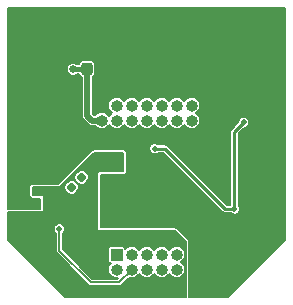
<source format=gbr>
%TF.GenerationSoftware,KiCad,Pcbnew,(5.1.8)-1*%
%TF.CreationDate,2021-11-11T12:40:01-05:00*%
%TF.ProjectId,Metal_flaw_sensor,4d657461-6c5f-4666-9c61-775f73656e73,rev?*%
%TF.SameCoordinates,Original*%
%TF.FileFunction,Copper,L2,Bot*%
%TF.FilePolarity,Positive*%
%FSLAX46Y46*%
G04 Gerber Fmt 4.6, Leading zero omitted, Abs format (unit mm)*
G04 Created by KiCad (PCBNEW (5.1.8)-1) date 2021-11-11 12:40:01*
%MOMM*%
%LPD*%
G01*
G04 APERTURE LIST*
%TA.AperFunction,ComponentPad*%
%ADD10O,1.000000X1.000000*%
%TD*%
%TA.AperFunction,ComponentPad*%
%ADD11R,1.000000X1.000000*%
%TD*%
%TA.AperFunction,ViaPad*%
%ADD12C,0.508000*%
%TD*%
%TA.AperFunction,ViaPad*%
%ADD13C,0.635000*%
%TD*%
%TA.AperFunction,Conductor*%
%ADD14C,0.254000*%
%TD*%
%TA.AperFunction,Conductor*%
%ADD15C,0.508000*%
%TD*%
%TA.AperFunction,Conductor*%
%ADD16C,0.381000*%
%TD*%
%TA.AperFunction,Conductor*%
%ADD17C,0.152400*%
%TD*%
%TA.AperFunction,Conductor*%
%ADD18C,0.100000*%
%TD*%
G04 APERTURE END LIST*
D10*
%TO.P,J3,14*%
%TO.N,N/C*%
X135810000Y-109820000D03*
%TO.P,J3,13*%
X135810000Y-108550000D03*
%TO.P,J3,12*%
X134540000Y-109820000D03*
%TO.P,J3,11*%
X134540000Y-108550000D03*
%TO.P,J3,10*%
X133270000Y-109820000D03*
%TO.P,J3,9*%
X133270000Y-108550000D03*
%TO.P,J3,8*%
X132000000Y-109820000D03*
%TO.P,J3,7*%
X132000000Y-108550000D03*
%TO.P,J3,6*%
X130730000Y-109820000D03*
%TO.P,J3,5*%
X130730000Y-108550000D03*
%TO.P,J3,4*%
X129460000Y-109820000D03*
%TO.P,J3,3*%
X129460000Y-108550000D03*
%TO.P,J3,2*%
%TO.N,+3V3*%
X128190000Y-109820000D03*
D11*
%TO.P,J3,1*%
%TO.N,GND*%
X128190000Y-108550000D03*
%TD*%
%TO.P,R10,2*%
%TO.N,GND*%
%TA.AperFunction,SMDPad,CuDef*%
G36*
G01*
X122060000Y-115680000D02*
X122060000Y-116000000D01*
G75*
G02*
X121900000Y-116160000I-160000J0D01*
G01*
X121505000Y-116160000D01*
G75*
G02*
X121345000Y-116000000I0J160000D01*
G01*
X121345000Y-115680000D01*
G75*
G02*
X121505000Y-115520000I160000J0D01*
G01*
X121900000Y-115520000D01*
G75*
G02*
X122060000Y-115680000I0J-160000D01*
G01*
G37*
%TD.AperFunction*%
%TO.P,R10,1*%
%TO.N,GNDREF*%
%TA.AperFunction,SMDPad,CuDef*%
G36*
G01*
X123255000Y-115680000D02*
X123255000Y-116000000D01*
G75*
G02*
X123095000Y-116160000I-160000J0D01*
G01*
X122700000Y-116160000D01*
G75*
G02*
X122540000Y-116000000I0J160000D01*
G01*
X122540000Y-115680000D01*
G75*
G02*
X122700000Y-115520000I160000J0D01*
G01*
X123095000Y-115520000D01*
G75*
G02*
X123255000Y-115680000I0J-160000D01*
G01*
G37*
%TD.AperFunction*%
%TD*%
%TO.P,R9,2*%
%TO.N,GND*%
%TA.AperFunction,SMDPad,CuDef*%
G36*
G01*
X128320000Y-118010000D02*
X128320000Y-117690000D01*
G75*
G02*
X128480000Y-117530000I160000J0D01*
G01*
X128875000Y-117530000D01*
G75*
G02*
X129035000Y-117690000I0J-160000D01*
G01*
X129035000Y-118010000D01*
G75*
G02*
X128875000Y-118170000I-160000J0D01*
G01*
X128480000Y-118170000D01*
G75*
G02*
X128320000Y-118010000I0J160000D01*
G01*
G37*
%TD.AperFunction*%
%TO.P,R9,1*%
%TO.N,GNDREF*%
%TA.AperFunction,SMDPad,CuDef*%
G36*
G01*
X127125000Y-118010000D02*
X127125000Y-117690000D01*
G75*
G02*
X127285000Y-117530000I160000J0D01*
G01*
X127680000Y-117530000D01*
G75*
G02*
X127840000Y-117690000I0J-160000D01*
G01*
X127840000Y-118010000D01*
G75*
G02*
X127680000Y-118170000I-160000J0D01*
G01*
X127285000Y-118170000D01*
G75*
G02*
X127125000Y-118010000I0J160000D01*
G01*
G37*
%TD.AperFunction*%
%TD*%
%TO.P,R7,2*%
%TO.N,N/C*%
%TA.AperFunction,SMDPad,CuDef*%
G36*
G01*
X125797158Y-115116568D02*
X126023432Y-115342842D01*
G75*
G02*
X126023432Y-115569116I-113137J-113137D01*
G01*
X125744124Y-115848424D01*
G75*
G02*
X125517850Y-115848424I-113137J113137D01*
G01*
X125291576Y-115622150D01*
G75*
G02*
X125291576Y-115395876I113137J113137D01*
G01*
X125570884Y-115116568D01*
G75*
G02*
X125797158Y-115116568I113137J-113137D01*
G01*
G37*
%TD.AperFunction*%
%TO.P,R7,1*%
%TO.N,Net-(R7-Pad1)*%
%TA.AperFunction,SMDPad,CuDef*%
G36*
G01*
X126642150Y-114271576D02*
X126868424Y-114497850D01*
G75*
G02*
X126868424Y-114724124I-113137J-113137D01*
G01*
X126589116Y-115003432D01*
G75*
G02*
X126362842Y-115003432I-113137J113137D01*
G01*
X126136568Y-114777158D01*
G75*
G02*
X126136568Y-114550884I113137J113137D01*
G01*
X126415876Y-114271576D01*
G75*
G02*
X126642150Y-114271576I113137J-113137D01*
G01*
G37*
%TD.AperFunction*%
%TD*%
D10*
%TO.P,J4,10*%
%TO.N,N/C*%
X134540000Y-122440000D03*
%TO.P,J4,9*%
X134540000Y-121170000D03*
%TO.P,J4,8*%
X133270000Y-122440000D03*
%TO.P,J4,7*%
X133270000Y-121170000D03*
%TO.P,J4,6*%
X132000000Y-122440000D03*
%TO.P,J4,5*%
X132000000Y-121170000D03*
%TO.P,J4,4*%
%TO.N,/SDA*%
X130730000Y-122440000D03*
%TO.P,J4,3*%
%TO.N,N/C*%
X130730000Y-121170000D03*
%TO.P,J4,2*%
%TO.N,/SCL*%
X129460000Y-122440000D03*
D11*
%TO.P,J4,1*%
%TO.N,N/C*%
X129460000Y-121170000D03*
%TD*%
%TO.P,C6,2*%
%TO.N,+3V3*%
%TA.AperFunction,SMDPad,CuDef*%
G36*
G01*
X126712500Y-104925000D02*
X127187500Y-104925000D01*
G75*
G02*
X127425000Y-105162500I0J-237500D01*
G01*
X127425000Y-105762500D01*
G75*
G02*
X127187500Y-106000000I-237500J0D01*
G01*
X126712500Y-106000000D01*
G75*
G02*
X126475000Y-105762500I0J237500D01*
G01*
X126475000Y-105162500D01*
G75*
G02*
X126712500Y-104925000I237500J0D01*
G01*
G37*
%TD.AperFunction*%
%TO.P,C6,1*%
%TO.N,GND*%
%TA.AperFunction,SMDPad,CuDef*%
G36*
G01*
X126712500Y-103200000D02*
X127187500Y-103200000D01*
G75*
G02*
X127425000Y-103437500I0J-237500D01*
G01*
X127425000Y-104037500D01*
G75*
G02*
X127187500Y-104275000I-237500J0D01*
G01*
X126712500Y-104275000D01*
G75*
G02*
X126475000Y-104037500I0J237500D01*
G01*
X126475000Y-103437500D01*
G75*
G02*
X126712500Y-103200000I237500J0D01*
G01*
G37*
%TD.AperFunction*%
%TD*%
D12*
%TO.N,GND*%
X141730000Y-117960000D03*
X121170000Y-111900000D03*
X124610000Y-111360000D03*
X122910000Y-110550000D03*
X121270000Y-107130000D03*
X125410000Y-107470000D03*
X125390000Y-106810000D03*
X122690000Y-105540000D03*
X141340000Y-108250000D03*
X141050000Y-105900000D03*
X141990000Y-105900000D03*
X141990000Y-105270000D03*
X141060000Y-105290000D03*
X141060000Y-104280000D03*
X141970000Y-104290000D03*
X141970000Y-103680000D03*
X141070000Y-103680000D03*
X132690000Y-105890000D03*
X133590000Y-105910000D03*
X133580000Y-105280000D03*
X132690000Y-105270000D03*
X132650000Y-103690000D03*
X132670000Y-104300000D03*
X133580000Y-104300000D03*
X133570000Y-103700000D03*
X135170000Y-115570000D03*
X121600000Y-116800000D03*
X122600000Y-116800000D03*
%TO.N,+3V0*%
X139430000Y-117310000D03*
X132671250Y-112201250D03*
X140210000Y-109980000D03*
D13*
%TO.N,+3V3*%
X125780000Y-105490000D03*
D12*
%TO.N,GNDREF*%
X124100000Y-116200000D03*
X124540000Y-116730000D03*
%TO.N,/SDA*%
X124600000Y-119000000D03*
%TO.N,Net-(R7-Pad1)*%
X126502496Y-114637504D03*
%TD*%
D14*
%TO.N,+3V0*%
X138670000Y-117310000D02*
X133561250Y-112201250D01*
X133561250Y-112201250D02*
X132671250Y-112201250D01*
X139430000Y-117310000D02*
X138670000Y-117310000D01*
X139430000Y-117310000D02*
X139430000Y-110760000D01*
X139430000Y-110760000D02*
X140210000Y-109980000D01*
D15*
%TO.N,+3V3*%
X128190000Y-109820000D02*
X127360000Y-109820000D01*
X127360000Y-109820000D02*
X126987500Y-109447500D01*
X126987500Y-109447500D02*
X126987500Y-105490000D01*
D16*
X126987500Y-105490000D02*
X125780000Y-105490000D01*
D17*
%TO.N,/SDA*%
X130730000Y-122440000D02*
X129660000Y-123510000D01*
X129660000Y-123510000D02*
X127270000Y-123510000D01*
X124600000Y-120840000D02*
X124600000Y-119000000D01*
X127270000Y-123510000D02*
X124600000Y-120840000D01*
%TD*%
%TO.N,GNDREF*%
X130023800Y-114123800D02*
X127900000Y-114123800D01*
X127885134Y-114125264D01*
X127870840Y-114129600D01*
X127857666Y-114136642D01*
X127846118Y-114146118D01*
X127836642Y-114157666D01*
X127829600Y-114170840D01*
X127825264Y-114185134D01*
X127823800Y-114200000D01*
X127823800Y-119100000D01*
X127825264Y-119114866D01*
X127829600Y-119129160D01*
X127836642Y-119142334D01*
X127846118Y-119153882D01*
X127857666Y-119163358D01*
X127870840Y-119170400D01*
X127885134Y-119174736D01*
X127900000Y-119176200D01*
X134368436Y-119176200D01*
X135323800Y-120131564D01*
X135323800Y-124746400D01*
X125105045Y-124746400D01*
X120253600Y-119894956D01*
X120253600Y-118952468D01*
X124117400Y-118952468D01*
X124117400Y-119047532D01*
X124135946Y-119140769D01*
X124172326Y-119228597D01*
X124225140Y-119307640D01*
X124292360Y-119374860D01*
X124295201Y-119376758D01*
X124295200Y-120825042D01*
X124293727Y-120840000D01*
X124295200Y-120854958D01*
X124295200Y-120854965D01*
X124299611Y-120899750D01*
X124317040Y-120957205D01*
X124345342Y-121010156D01*
X124383432Y-121056568D01*
X124395061Y-121066112D01*
X127043892Y-123714944D01*
X127053432Y-123726568D01*
X127099843Y-123764658D01*
X127152794Y-123792960D01*
X127196876Y-123806332D01*
X127210248Y-123810389D01*
X127215889Y-123810945D01*
X127255034Y-123814800D01*
X127255041Y-123814800D01*
X127269999Y-123816273D01*
X127284957Y-123814800D01*
X129645042Y-123814800D01*
X129660000Y-123816273D01*
X129674958Y-123814800D01*
X129674966Y-123814800D01*
X129719751Y-123810389D01*
X129777206Y-123792960D01*
X129830157Y-123764658D01*
X129876568Y-123726568D01*
X129886112Y-123714939D01*
X130477154Y-123123898D01*
X130517475Y-123140600D01*
X130658239Y-123168600D01*
X130801761Y-123168600D01*
X130942525Y-123140600D01*
X131075121Y-123085677D01*
X131194455Y-123005940D01*
X131295940Y-122904455D01*
X131365000Y-122801100D01*
X131434060Y-122904455D01*
X131535545Y-123005940D01*
X131654879Y-123085677D01*
X131787475Y-123140600D01*
X131928239Y-123168600D01*
X132071761Y-123168600D01*
X132212525Y-123140600D01*
X132345121Y-123085677D01*
X132464455Y-123005940D01*
X132565940Y-122904455D01*
X132635000Y-122801100D01*
X132704060Y-122904455D01*
X132805545Y-123005940D01*
X132924879Y-123085677D01*
X133057475Y-123140600D01*
X133198239Y-123168600D01*
X133341761Y-123168600D01*
X133482525Y-123140600D01*
X133615121Y-123085677D01*
X133734455Y-123005940D01*
X133835940Y-122904455D01*
X133905000Y-122801100D01*
X133974060Y-122904455D01*
X134075545Y-123005940D01*
X134194879Y-123085677D01*
X134327475Y-123140600D01*
X134468239Y-123168600D01*
X134611761Y-123168600D01*
X134752525Y-123140600D01*
X134885121Y-123085677D01*
X135004455Y-123005940D01*
X135105940Y-122904455D01*
X135185677Y-122785121D01*
X135240600Y-122652525D01*
X135268600Y-122511761D01*
X135268600Y-122368239D01*
X135240600Y-122227475D01*
X135185677Y-122094879D01*
X135105940Y-121975545D01*
X135004455Y-121874060D01*
X134901100Y-121805000D01*
X135004455Y-121735940D01*
X135105940Y-121634455D01*
X135185677Y-121515121D01*
X135240600Y-121382525D01*
X135268600Y-121241761D01*
X135268600Y-121098239D01*
X135240600Y-120957475D01*
X135185677Y-120824879D01*
X135105940Y-120705545D01*
X135004455Y-120604060D01*
X134885121Y-120524323D01*
X134752525Y-120469400D01*
X134611761Y-120441400D01*
X134468239Y-120441400D01*
X134327475Y-120469400D01*
X134194879Y-120524323D01*
X134075545Y-120604060D01*
X133974060Y-120705545D01*
X133905000Y-120808900D01*
X133835940Y-120705545D01*
X133734455Y-120604060D01*
X133615121Y-120524323D01*
X133482525Y-120469400D01*
X133341761Y-120441400D01*
X133198239Y-120441400D01*
X133057475Y-120469400D01*
X132924879Y-120524323D01*
X132805545Y-120604060D01*
X132704060Y-120705545D01*
X132635000Y-120808900D01*
X132565940Y-120705545D01*
X132464455Y-120604060D01*
X132345121Y-120524323D01*
X132212525Y-120469400D01*
X132071761Y-120441400D01*
X131928239Y-120441400D01*
X131787475Y-120469400D01*
X131654879Y-120524323D01*
X131535545Y-120604060D01*
X131434060Y-120705545D01*
X131365000Y-120808900D01*
X131295940Y-120705545D01*
X131194455Y-120604060D01*
X131075121Y-120524323D01*
X130942525Y-120469400D01*
X130801761Y-120441400D01*
X130658239Y-120441400D01*
X130517475Y-120469400D01*
X130384879Y-120524323D01*
X130265545Y-120604060D01*
X130189706Y-120679899D01*
X130189706Y-120670000D01*
X130185292Y-120625187D01*
X130172221Y-120582095D01*
X130150994Y-120542382D01*
X130122427Y-120507573D01*
X130087618Y-120479006D01*
X130047905Y-120457779D01*
X130004813Y-120444708D01*
X129960000Y-120440294D01*
X128960000Y-120440294D01*
X128915187Y-120444708D01*
X128872095Y-120457779D01*
X128832382Y-120479006D01*
X128797573Y-120507573D01*
X128769006Y-120542382D01*
X128747779Y-120582095D01*
X128734708Y-120625187D01*
X128730294Y-120670000D01*
X128730294Y-121670000D01*
X128734708Y-121714813D01*
X128747779Y-121757905D01*
X128769006Y-121797618D01*
X128797573Y-121832427D01*
X128832382Y-121860994D01*
X128872095Y-121882221D01*
X128915187Y-121895292D01*
X128960000Y-121899706D01*
X128969899Y-121899706D01*
X128894060Y-121975545D01*
X128814323Y-122094879D01*
X128759400Y-122227475D01*
X128731400Y-122368239D01*
X128731400Y-122511761D01*
X128759400Y-122652525D01*
X128814323Y-122785121D01*
X128894060Y-122904455D01*
X128995545Y-123005940D01*
X129114879Y-123085677D01*
X129247475Y-123140600D01*
X129388239Y-123168600D01*
X129531761Y-123168600D01*
X129579930Y-123159018D01*
X129533749Y-123205200D01*
X127396252Y-123205200D01*
X124904800Y-120713749D01*
X124904800Y-119376758D01*
X124907640Y-119374860D01*
X124974860Y-119307640D01*
X125027674Y-119228597D01*
X125064054Y-119140769D01*
X125082600Y-119047532D01*
X125082600Y-118952468D01*
X125064054Y-118859231D01*
X125027674Y-118771403D01*
X124974860Y-118692360D01*
X124907640Y-118625140D01*
X124828597Y-118572326D01*
X124740769Y-118535946D01*
X124647532Y-118517400D01*
X124552468Y-118517400D01*
X124459231Y-118535946D01*
X124371403Y-118572326D01*
X124292360Y-118625140D01*
X124225140Y-118692360D01*
X124172326Y-118771403D01*
X124135946Y-118859231D01*
X124117400Y-118952468D01*
X120253600Y-118952468D01*
X120253600Y-117576200D01*
X123200000Y-117576200D01*
X123214866Y-117574736D01*
X123229160Y-117570400D01*
X123242334Y-117563358D01*
X123253882Y-117553882D01*
X123263358Y-117542334D01*
X123270400Y-117529160D01*
X123274736Y-117514866D01*
X123276200Y-117500000D01*
X123276200Y-116200000D01*
X123274736Y-116185134D01*
X123270400Y-116170840D01*
X123263358Y-116157666D01*
X123253882Y-116146118D01*
X123242334Y-116136642D01*
X123229160Y-116129600D01*
X123214866Y-116125264D01*
X123200000Y-116123800D01*
X122376200Y-116123800D01*
X122376200Y-115509013D01*
X125015007Y-115509013D01*
X125022495Y-115585041D01*
X125044672Y-115658147D01*
X125080684Y-115725522D01*
X125129149Y-115784577D01*
X125355423Y-116010851D01*
X125414478Y-116059316D01*
X125481853Y-116095328D01*
X125554959Y-116117505D01*
X125630987Y-116124993D01*
X125707015Y-116117505D01*
X125780121Y-116095328D01*
X125847496Y-116059316D01*
X125906551Y-116010851D01*
X126185859Y-115731543D01*
X126234324Y-115672488D01*
X126270336Y-115605113D01*
X126292513Y-115532007D01*
X126300001Y-115455979D01*
X126292513Y-115379951D01*
X126270336Y-115306845D01*
X126234324Y-115239470D01*
X126185859Y-115180415D01*
X125959585Y-114954141D01*
X125900530Y-114905676D01*
X125833155Y-114869664D01*
X125760049Y-114847487D01*
X125684021Y-114839999D01*
X125607993Y-114847487D01*
X125534887Y-114869664D01*
X125467512Y-114905676D01*
X125408457Y-114954141D01*
X125129149Y-115233449D01*
X125080684Y-115292504D01*
X125044672Y-115359879D01*
X125022495Y-115432985D01*
X125015007Y-115509013D01*
X122376200Y-115509013D01*
X122376200Y-115476200D01*
X124600000Y-115476200D01*
X124614866Y-115474736D01*
X124629160Y-115470400D01*
X124642334Y-115463358D01*
X124653882Y-115453882D01*
X125443743Y-114664021D01*
X125859999Y-114664021D01*
X125867487Y-114740049D01*
X125889664Y-114813155D01*
X125925676Y-114880530D01*
X125974141Y-114939585D01*
X126200415Y-115165859D01*
X126259470Y-115214324D01*
X126326845Y-115250336D01*
X126399951Y-115272513D01*
X126475979Y-115280001D01*
X126552007Y-115272513D01*
X126625113Y-115250336D01*
X126692488Y-115214324D01*
X126751543Y-115165859D01*
X127030851Y-114886551D01*
X127079316Y-114827496D01*
X127115328Y-114760121D01*
X127137505Y-114687015D01*
X127144993Y-114610987D01*
X127137505Y-114534959D01*
X127115328Y-114461853D01*
X127079316Y-114394478D01*
X127030851Y-114335423D01*
X126804577Y-114109149D01*
X126745522Y-114060684D01*
X126678147Y-114024672D01*
X126605041Y-114002495D01*
X126529013Y-113995007D01*
X126452985Y-114002495D01*
X126379879Y-114024672D01*
X126312504Y-114060684D01*
X126253449Y-114109149D01*
X125974141Y-114388457D01*
X125925676Y-114447512D01*
X125889664Y-114514887D01*
X125867487Y-114587993D01*
X125859999Y-114664021D01*
X125443743Y-114664021D01*
X127531564Y-112576200D01*
X130023800Y-112576200D01*
X130023800Y-114123800D01*
%TA.AperFunction,Conductor*%
D18*
G36*
X130023800Y-114123800D02*
G01*
X127900000Y-114123800D01*
X127885134Y-114125264D01*
X127870840Y-114129600D01*
X127857666Y-114136642D01*
X127846118Y-114146118D01*
X127836642Y-114157666D01*
X127829600Y-114170840D01*
X127825264Y-114185134D01*
X127823800Y-114200000D01*
X127823800Y-119100000D01*
X127825264Y-119114866D01*
X127829600Y-119129160D01*
X127836642Y-119142334D01*
X127846118Y-119153882D01*
X127857666Y-119163358D01*
X127870840Y-119170400D01*
X127885134Y-119174736D01*
X127900000Y-119176200D01*
X134368436Y-119176200D01*
X135323800Y-120131564D01*
X135323800Y-124746400D01*
X125105045Y-124746400D01*
X120253600Y-119894956D01*
X120253600Y-118952468D01*
X124117400Y-118952468D01*
X124117400Y-119047532D01*
X124135946Y-119140769D01*
X124172326Y-119228597D01*
X124225140Y-119307640D01*
X124292360Y-119374860D01*
X124295201Y-119376758D01*
X124295200Y-120825042D01*
X124293727Y-120840000D01*
X124295200Y-120854958D01*
X124295200Y-120854965D01*
X124299611Y-120899750D01*
X124317040Y-120957205D01*
X124345342Y-121010156D01*
X124383432Y-121056568D01*
X124395061Y-121066112D01*
X127043892Y-123714944D01*
X127053432Y-123726568D01*
X127099843Y-123764658D01*
X127152794Y-123792960D01*
X127196876Y-123806332D01*
X127210248Y-123810389D01*
X127215889Y-123810945D01*
X127255034Y-123814800D01*
X127255041Y-123814800D01*
X127269999Y-123816273D01*
X127284957Y-123814800D01*
X129645042Y-123814800D01*
X129660000Y-123816273D01*
X129674958Y-123814800D01*
X129674966Y-123814800D01*
X129719751Y-123810389D01*
X129777206Y-123792960D01*
X129830157Y-123764658D01*
X129876568Y-123726568D01*
X129886112Y-123714939D01*
X130477154Y-123123898D01*
X130517475Y-123140600D01*
X130658239Y-123168600D01*
X130801761Y-123168600D01*
X130942525Y-123140600D01*
X131075121Y-123085677D01*
X131194455Y-123005940D01*
X131295940Y-122904455D01*
X131365000Y-122801100D01*
X131434060Y-122904455D01*
X131535545Y-123005940D01*
X131654879Y-123085677D01*
X131787475Y-123140600D01*
X131928239Y-123168600D01*
X132071761Y-123168600D01*
X132212525Y-123140600D01*
X132345121Y-123085677D01*
X132464455Y-123005940D01*
X132565940Y-122904455D01*
X132635000Y-122801100D01*
X132704060Y-122904455D01*
X132805545Y-123005940D01*
X132924879Y-123085677D01*
X133057475Y-123140600D01*
X133198239Y-123168600D01*
X133341761Y-123168600D01*
X133482525Y-123140600D01*
X133615121Y-123085677D01*
X133734455Y-123005940D01*
X133835940Y-122904455D01*
X133905000Y-122801100D01*
X133974060Y-122904455D01*
X134075545Y-123005940D01*
X134194879Y-123085677D01*
X134327475Y-123140600D01*
X134468239Y-123168600D01*
X134611761Y-123168600D01*
X134752525Y-123140600D01*
X134885121Y-123085677D01*
X135004455Y-123005940D01*
X135105940Y-122904455D01*
X135185677Y-122785121D01*
X135240600Y-122652525D01*
X135268600Y-122511761D01*
X135268600Y-122368239D01*
X135240600Y-122227475D01*
X135185677Y-122094879D01*
X135105940Y-121975545D01*
X135004455Y-121874060D01*
X134901100Y-121805000D01*
X135004455Y-121735940D01*
X135105940Y-121634455D01*
X135185677Y-121515121D01*
X135240600Y-121382525D01*
X135268600Y-121241761D01*
X135268600Y-121098239D01*
X135240600Y-120957475D01*
X135185677Y-120824879D01*
X135105940Y-120705545D01*
X135004455Y-120604060D01*
X134885121Y-120524323D01*
X134752525Y-120469400D01*
X134611761Y-120441400D01*
X134468239Y-120441400D01*
X134327475Y-120469400D01*
X134194879Y-120524323D01*
X134075545Y-120604060D01*
X133974060Y-120705545D01*
X133905000Y-120808900D01*
X133835940Y-120705545D01*
X133734455Y-120604060D01*
X133615121Y-120524323D01*
X133482525Y-120469400D01*
X133341761Y-120441400D01*
X133198239Y-120441400D01*
X133057475Y-120469400D01*
X132924879Y-120524323D01*
X132805545Y-120604060D01*
X132704060Y-120705545D01*
X132635000Y-120808900D01*
X132565940Y-120705545D01*
X132464455Y-120604060D01*
X132345121Y-120524323D01*
X132212525Y-120469400D01*
X132071761Y-120441400D01*
X131928239Y-120441400D01*
X131787475Y-120469400D01*
X131654879Y-120524323D01*
X131535545Y-120604060D01*
X131434060Y-120705545D01*
X131365000Y-120808900D01*
X131295940Y-120705545D01*
X131194455Y-120604060D01*
X131075121Y-120524323D01*
X130942525Y-120469400D01*
X130801761Y-120441400D01*
X130658239Y-120441400D01*
X130517475Y-120469400D01*
X130384879Y-120524323D01*
X130265545Y-120604060D01*
X130189706Y-120679899D01*
X130189706Y-120670000D01*
X130185292Y-120625187D01*
X130172221Y-120582095D01*
X130150994Y-120542382D01*
X130122427Y-120507573D01*
X130087618Y-120479006D01*
X130047905Y-120457779D01*
X130004813Y-120444708D01*
X129960000Y-120440294D01*
X128960000Y-120440294D01*
X128915187Y-120444708D01*
X128872095Y-120457779D01*
X128832382Y-120479006D01*
X128797573Y-120507573D01*
X128769006Y-120542382D01*
X128747779Y-120582095D01*
X128734708Y-120625187D01*
X128730294Y-120670000D01*
X128730294Y-121670000D01*
X128734708Y-121714813D01*
X128747779Y-121757905D01*
X128769006Y-121797618D01*
X128797573Y-121832427D01*
X128832382Y-121860994D01*
X128872095Y-121882221D01*
X128915187Y-121895292D01*
X128960000Y-121899706D01*
X128969899Y-121899706D01*
X128894060Y-121975545D01*
X128814323Y-122094879D01*
X128759400Y-122227475D01*
X128731400Y-122368239D01*
X128731400Y-122511761D01*
X128759400Y-122652525D01*
X128814323Y-122785121D01*
X128894060Y-122904455D01*
X128995545Y-123005940D01*
X129114879Y-123085677D01*
X129247475Y-123140600D01*
X129388239Y-123168600D01*
X129531761Y-123168600D01*
X129579930Y-123159018D01*
X129533749Y-123205200D01*
X127396252Y-123205200D01*
X124904800Y-120713749D01*
X124904800Y-119376758D01*
X124907640Y-119374860D01*
X124974860Y-119307640D01*
X125027674Y-119228597D01*
X125064054Y-119140769D01*
X125082600Y-119047532D01*
X125082600Y-118952468D01*
X125064054Y-118859231D01*
X125027674Y-118771403D01*
X124974860Y-118692360D01*
X124907640Y-118625140D01*
X124828597Y-118572326D01*
X124740769Y-118535946D01*
X124647532Y-118517400D01*
X124552468Y-118517400D01*
X124459231Y-118535946D01*
X124371403Y-118572326D01*
X124292360Y-118625140D01*
X124225140Y-118692360D01*
X124172326Y-118771403D01*
X124135946Y-118859231D01*
X124117400Y-118952468D01*
X120253600Y-118952468D01*
X120253600Y-117576200D01*
X123200000Y-117576200D01*
X123214866Y-117574736D01*
X123229160Y-117570400D01*
X123242334Y-117563358D01*
X123253882Y-117553882D01*
X123263358Y-117542334D01*
X123270400Y-117529160D01*
X123274736Y-117514866D01*
X123276200Y-117500000D01*
X123276200Y-116200000D01*
X123274736Y-116185134D01*
X123270400Y-116170840D01*
X123263358Y-116157666D01*
X123253882Y-116146118D01*
X123242334Y-116136642D01*
X123229160Y-116129600D01*
X123214866Y-116125264D01*
X123200000Y-116123800D01*
X122376200Y-116123800D01*
X122376200Y-115509013D01*
X125015007Y-115509013D01*
X125022495Y-115585041D01*
X125044672Y-115658147D01*
X125080684Y-115725522D01*
X125129149Y-115784577D01*
X125355423Y-116010851D01*
X125414478Y-116059316D01*
X125481853Y-116095328D01*
X125554959Y-116117505D01*
X125630987Y-116124993D01*
X125707015Y-116117505D01*
X125780121Y-116095328D01*
X125847496Y-116059316D01*
X125906551Y-116010851D01*
X126185859Y-115731543D01*
X126234324Y-115672488D01*
X126270336Y-115605113D01*
X126292513Y-115532007D01*
X126300001Y-115455979D01*
X126292513Y-115379951D01*
X126270336Y-115306845D01*
X126234324Y-115239470D01*
X126185859Y-115180415D01*
X125959585Y-114954141D01*
X125900530Y-114905676D01*
X125833155Y-114869664D01*
X125760049Y-114847487D01*
X125684021Y-114839999D01*
X125607993Y-114847487D01*
X125534887Y-114869664D01*
X125467512Y-114905676D01*
X125408457Y-114954141D01*
X125129149Y-115233449D01*
X125080684Y-115292504D01*
X125044672Y-115359879D01*
X125022495Y-115432985D01*
X125015007Y-115509013D01*
X122376200Y-115509013D01*
X122376200Y-115476200D01*
X124600000Y-115476200D01*
X124614866Y-115474736D01*
X124629160Y-115470400D01*
X124642334Y-115463358D01*
X124653882Y-115453882D01*
X125443743Y-114664021D01*
X125859999Y-114664021D01*
X125867487Y-114740049D01*
X125889664Y-114813155D01*
X125925676Y-114880530D01*
X125974141Y-114939585D01*
X126200415Y-115165859D01*
X126259470Y-115214324D01*
X126326845Y-115250336D01*
X126399951Y-115272513D01*
X126475979Y-115280001D01*
X126552007Y-115272513D01*
X126625113Y-115250336D01*
X126692488Y-115214324D01*
X126751543Y-115165859D01*
X127030851Y-114886551D01*
X127079316Y-114827496D01*
X127115328Y-114760121D01*
X127137505Y-114687015D01*
X127144993Y-114610987D01*
X127137505Y-114534959D01*
X127115328Y-114461853D01*
X127079316Y-114394478D01*
X127030851Y-114335423D01*
X126804577Y-114109149D01*
X126745522Y-114060684D01*
X126678147Y-114024672D01*
X126605041Y-114002495D01*
X126529013Y-113995007D01*
X126452985Y-114002495D01*
X126379879Y-114024672D01*
X126312504Y-114060684D01*
X126253449Y-114109149D01*
X125974141Y-114388457D01*
X125925676Y-114447512D01*
X125889664Y-114514887D01*
X125867487Y-114587993D01*
X125859999Y-114664021D01*
X125443743Y-114664021D01*
X127531564Y-112576200D01*
X130023800Y-112576200D01*
X130023800Y-114123800D01*
G37*
%TD.AperFunction*%
%TD*%
D17*
%TO.N,GND*%
X143746401Y-119894954D02*
X138894956Y-124746400D01*
X135628600Y-124746400D01*
X135628600Y-120100000D01*
X135624208Y-120055402D01*
X135611199Y-120012519D01*
X135590074Y-119972997D01*
X135561645Y-119938355D01*
X134561645Y-118938355D01*
X134527003Y-118909926D01*
X134487481Y-118888801D01*
X134444598Y-118875792D01*
X134400000Y-118871400D01*
X128128600Y-118871400D01*
X128128600Y-114428600D01*
X130100000Y-114428600D01*
X130144598Y-114424208D01*
X130187481Y-114411199D01*
X130227003Y-114390074D01*
X130261645Y-114361645D01*
X130290074Y-114327003D01*
X130311199Y-114287481D01*
X130324208Y-114244598D01*
X130328600Y-114200000D01*
X130328600Y-112500000D01*
X130324208Y-112455402D01*
X130311199Y-112412519D01*
X130290074Y-112372997D01*
X130261645Y-112338355D01*
X130227003Y-112309926D01*
X130187481Y-112288801D01*
X130144598Y-112275792D01*
X130100000Y-112271400D01*
X127500000Y-112271400D01*
X127455402Y-112275792D01*
X127412519Y-112288801D01*
X127372997Y-112309926D01*
X127338355Y-112338355D01*
X124505310Y-115171400D01*
X122300000Y-115171400D01*
X122255402Y-115175792D01*
X122212519Y-115188801D01*
X122172997Y-115209926D01*
X122138355Y-115238355D01*
X122109926Y-115272997D01*
X122088801Y-115312519D01*
X122075792Y-115355402D01*
X122071400Y-115400000D01*
X122071400Y-116200000D01*
X122075792Y-116244598D01*
X122088801Y-116287481D01*
X122109926Y-116327003D01*
X122138355Y-116361645D01*
X122172997Y-116390074D01*
X122212519Y-116411199D01*
X122255402Y-116424208D01*
X122300000Y-116428600D01*
X122971400Y-116428600D01*
X122971400Y-117271400D01*
X120253600Y-117271400D01*
X120253600Y-112153718D01*
X132188650Y-112153718D01*
X132188650Y-112248782D01*
X132207196Y-112342019D01*
X132243576Y-112429847D01*
X132296390Y-112508890D01*
X132363610Y-112576110D01*
X132442653Y-112628924D01*
X132530481Y-112665304D01*
X132623718Y-112683850D01*
X132718782Y-112683850D01*
X132812019Y-112665304D01*
X132899847Y-112628924D01*
X132978890Y-112576110D01*
X132998150Y-112556850D01*
X133413957Y-112556850D01*
X138406206Y-117549100D01*
X138417337Y-117562663D01*
X138471484Y-117607101D01*
X138533260Y-117640121D01*
X138600290Y-117660454D01*
X138652537Y-117665600D01*
X138652545Y-117665600D01*
X138670000Y-117667319D01*
X138687455Y-117665600D01*
X139103100Y-117665600D01*
X139122360Y-117684860D01*
X139201403Y-117737674D01*
X139289231Y-117774054D01*
X139382468Y-117792600D01*
X139477532Y-117792600D01*
X139570769Y-117774054D01*
X139658597Y-117737674D01*
X139737640Y-117684860D01*
X139804860Y-117617640D01*
X139857674Y-117538597D01*
X139894054Y-117450769D01*
X139912600Y-117357532D01*
X139912600Y-117262468D01*
X139894054Y-117169231D01*
X139857674Y-117081403D01*
X139804860Y-117002360D01*
X139785600Y-116983100D01*
X139785600Y-110907293D01*
X140230294Y-110462600D01*
X140257532Y-110462600D01*
X140350769Y-110444054D01*
X140438597Y-110407674D01*
X140517640Y-110354860D01*
X140584860Y-110287640D01*
X140637674Y-110208597D01*
X140674054Y-110120769D01*
X140692600Y-110027532D01*
X140692600Y-109932468D01*
X140674054Y-109839231D01*
X140637674Y-109751403D01*
X140584860Y-109672360D01*
X140517640Y-109605140D01*
X140438597Y-109552326D01*
X140350769Y-109515946D01*
X140257532Y-109497400D01*
X140162468Y-109497400D01*
X140069231Y-109515946D01*
X139981403Y-109552326D01*
X139902360Y-109605140D01*
X139835140Y-109672360D01*
X139782326Y-109751403D01*
X139745946Y-109839231D01*
X139727400Y-109932468D01*
X139727400Y-109959706D01*
X139190901Y-110496206D01*
X139177338Y-110507337D01*
X139132900Y-110561484D01*
X139116390Y-110592372D01*
X139099880Y-110623259D01*
X139079546Y-110690290D01*
X139072681Y-110760000D01*
X139074401Y-110777466D01*
X139074400Y-116954400D01*
X138817294Y-116954400D01*
X133825049Y-111962156D01*
X133813913Y-111948587D01*
X133759766Y-111904149D01*
X133697990Y-111871129D01*
X133630960Y-111850796D01*
X133578713Y-111845650D01*
X133578705Y-111845650D01*
X133561250Y-111843931D01*
X133543795Y-111845650D01*
X132998150Y-111845650D01*
X132978890Y-111826390D01*
X132899847Y-111773576D01*
X132812019Y-111737196D01*
X132718782Y-111718650D01*
X132623718Y-111718650D01*
X132530481Y-111737196D01*
X132442653Y-111773576D01*
X132363610Y-111826390D01*
X132296390Y-111893610D01*
X132243576Y-111972653D01*
X132207196Y-112060481D01*
X132188650Y-112153718D01*
X120253600Y-112153718D01*
X120253600Y-105436214D01*
X125233900Y-105436214D01*
X125233900Y-105543786D01*
X125254887Y-105649291D01*
X125296053Y-105748675D01*
X125355817Y-105838118D01*
X125431882Y-105914183D01*
X125521325Y-105973947D01*
X125620709Y-106015113D01*
X125726214Y-106036100D01*
X125833786Y-106036100D01*
X125939291Y-106015113D01*
X126038675Y-105973947D01*
X126128118Y-105914183D01*
X126133201Y-105909100D01*
X126271093Y-105909100D01*
X126280858Y-105941292D01*
X126324032Y-106022066D01*
X126382135Y-106092865D01*
X126452934Y-106150968D01*
X126504901Y-106178744D01*
X126504900Y-109423795D01*
X126502565Y-109447500D01*
X126504900Y-109471205D01*
X126504900Y-109471206D01*
X126511883Y-109542105D01*
X126539478Y-109633076D01*
X126584291Y-109716915D01*
X126644599Y-109790401D01*
X126663017Y-109805517D01*
X127001987Y-110144487D01*
X127017099Y-110162901D01*
X127090585Y-110223209D01*
X127174423Y-110268022D01*
X127265393Y-110295617D01*
X127360000Y-110304935D01*
X127383707Y-110302600D01*
X127642205Y-110302600D01*
X127725545Y-110385940D01*
X127844879Y-110465677D01*
X127977475Y-110520600D01*
X128118239Y-110548600D01*
X128261761Y-110548600D01*
X128402525Y-110520600D01*
X128535121Y-110465677D01*
X128654455Y-110385940D01*
X128755940Y-110284455D01*
X128825000Y-110181100D01*
X128894060Y-110284455D01*
X128995545Y-110385940D01*
X129114879Y-110465677D01*
X129247475Y-110520600D01*
X129388239Y-110548600D01*
X129531761Y-110548600D01*
X129672525Y-110520600D01*
X129805121Y-110465677D01*
X129924455Y-110385940D01*
X130025940Y-110284455D01*
X130095000Y-110181100D01*
X130164060Y-110284455D01*
X130265545Y-110385940D01*
X130384879Y-110465677D01*
X130517475Y-110520600D01*
X130658239Y-110548600D01*
X130801761Y-110548600D01*
X130942525Y-110520600D01*
X131075121Y-110465677D01*
X131194455Y-110385940D01*
X131295940Y-110284455D01*
X131365000Y-110181100D01*
X131434060Y-110284455D01*
X131535545Y-110385940D01*
X131654879Y-110465677D01*
X131787475Y-110520600D01*
X131928239Y-110548600D01*
X132071761Y-110548600D01*
X132212525Y-110520600D01*
X132345121Y-110465677D01*
X132464455Y-110385940D01*
X132565940Y-110284455D01*
X132635000Y-110181100D01*
X132704060Y-110284455D01*
X132805545Y-110385940D01*
X132924879Y-110465677D01*
X133057475Y-110520600D01*
X133198239Y-110548600D01*
X133341761Y-110548600D01*
X133482525Y-110520600D01*
X133615121Y-110465677D01*
X133734455Y-110385940D01*
X133835940Y-110284455D01*
X133905000Y-110181100D01*
X133974060Y-110284455D01*
X134075545Y-110385940D01*
X134194879Y-110465677D01*
X134327475Y-110520600D01*
X134468239Y-110548600D01*
X134611761Y-110548600D01*
X134752525Y-110520600D01*
X134885121Y-110465677D01*
X135004455Y-110385940D01*
X135105940Y-110284455D01*
X135175000Y-110181100D01*
X135244060Y-110284455D01*
X135345545Y-110385940D01*
X135464879Y-110465677D01*
X135597475Y-110520600D01*
X135738239Y-110548600D01*
X135881761Y-110548600D01*
X136022525Y-110520600D01*
X136155121Y-110465677D01*
X136274455Y-110385940D01*
X136375940Y-110284455D01*
X136455677Y-110165121D01*
X136510600Y-110032525D01*
X136538600Y-109891761D01*
X136538600Y-109748239D01*
X136510600Y-109607475D01*
X136455677Y-109474879D01*
X136375940Y-109355545D01*
X136274455Y-109254060D01*
X136171100Y-109185000D01*
X136274455Y-109115940D01*
X136375940Y-109014455D01*
X136455677Y-108895121D01*
X136510600Y-108762525D01*
X136538600Y-108621761D01*
X136538600Y-108478239D01*
X136510600Y-108337475D01*
X136455677Y-108204879D01*
X136375940Y-108085545D01*
X136274455Y-107984060D01*
X136155121Y-107904323D01*
X136022525Y-107849400D01*
X135881761Y-107821400D01*
X135738239Y-107821400D01*
X135597475Y-107849400D01*
X135464879Y-107904323D01*
X135345545Y-107984060D01*
X135244060Y-108085545D01*
X135175000Y-108188900D01*
X135105940Y-108085545D01*
X135004455Y-107984060D01*
X134885121Y-107904323D01*
X134752525Y-107849400D01*
X134611761Y-107821400D01*
X134468239Y-107821400D01*
X134327475Y-107849400D01*
X134194879Y-107904323D01*
X134075545Y-107984060D01*
X133974060Y-108085545D01*
X133905000Y-108188900D01*
X133835940Y-108085545D01*
X133734455Y-107984060D01*
X133615121Y-107904323D01*
X133482525Y-107849400D01*
X133341761Y-107821400D01*
X133198239Y-107821400D01*
X133057475Y-107849400D01*
X132924879Y-107904323D01*
X132805545Y-107984060D01*
X132704060Y-108085545D01*
X132635000Y-108188900D01*
X132565940Y-108085545D01*
X132464455Y-107984060D01*
X132345121Y-107904323D01*
X132212525Y-107849400D01*
X132071761Y-107821400D01*
X131928239Y-107821400D01*
X131787475Y-107849400D01*
X131654879Y-107904323D01*
X131535545Y-107984060D01*
X131434060Y-108085545D01*
X131365000Y-108188900D01*
X131295940Y-108085545D01*
X131194455Y-107984060D01*
X131075121Y-107904323D01*
X130942525Y-107849400D01*
X130801761Y-107821400D01*
X130658239Y-107821400D01*
X130517475Y-107849400D01*
X130384879Y-107904323D01*
X130265545Y-107984060D01*
X130164060Y-108085545D01*
X130095000Y-108188900D01*
X130025940Y-108085545D01*
X129924455Y-107984060D01*
X129805121Y-107904323D01*
X129672525Y-107849400D01*
X129531761Y-107821400D01*
X129388239Y-107821400D01*
X129247475Y-107849400D01*
X129114879Y-107904323D01*
X128995545Y-107984060D01*
X128894060Y-108085545D01*
X128814323Y-108204879D01*
X128759400Y-108337475D01*
X128731400Y-108478239D01*
X128731400Y-108621761D01*
X128759400Y-108762525D01*
X128814323Y-108895121D01*
X128894060Y-109014455D01*
X128995545Y-109115940D01*
X129098900Y-109185000D01*
X128995545Y-109254060D01*
X128894060Y-109355545D01*
X128825000Y-109458900D01*
X128755940Y-109355545D01*
X128654455Y-109254060D01*
X128535121Y-109174323D01*
X128402525Y-109119400D01*
X128261761Y-109091400D01*
X128118239Y-109091400D01*
X127977475Y-109119400D01*
X127844879Y-109174323D01*
X127725545Y-109254060D01*
X127642205Y-109337400D01*
X127559900Y-109337400D01*
X127470100Y-109247601D01*
X127470100Y-106132065D01*
X127517865Y-106092865D01*
X127575968Y-106022066D01*
X127619142Y-105941292D01*
X127645729Y-105853647D01*
X127654706Y-105762500D01*
X127654706Y-105162500D01*
X127645729Y-105071353D01*
X127619142Y-104983708D01*
X127575968Y-104902934D01*
X127517865Y-104832135D01*
X127447066Y-104774032D01*
X127366292Y-104730858D01*
X127278647Y-104704271D01*
X127187500Y-104695294D01*
X126712500Y-104695294D01*
X126621353Y-104704271D01*
X126533708Y-104730858D01*
X126452934Y-104774032D01*
X126382135Y-104832135D01*
X126324032Y-104902934D01*
X126280858Y-104983708D01*
X126254408Y-105070900D01*
X126133201Y-105070900D01*
X126128118Y-105065817D01*
X126038675Y-105006053D01*
X125939291Y-104964887D01*
X125833786Y-104943900D01*
X125726214Y-104943900D01*
X125620709Y-104964887D01*
X125521325Y-105006053D01*
X125431882Y-105065817D01*
X125355817Y-105141882D01*
X125296053Y-105231325D01*
X125254887Y-105330709D01*
X125233900Y-105436214D01*
X120253600Y-105436214D01*
X120253600Y-100253600D01*
X143746400Y-100253600D01*
X143746401Y-119894954D01*
%TA.AperFunction,Conductor*%
D18*
G36*
X143746401Y-119894954D02*
G01*
X138894956Y-124746400D01*
X135628600Y-124746400D01*
X135628600Y-120100000D01*
X135624208Y-120055402D01*
X135611199Y-120012519D01*
X135590074Y-119972997D01*
X135561645Y-119938355D01*
X134561645Y-118938355D01*
X134527003Y-118909926D01*
X134487481Y-118888801D01*
X134444598Y-118875792D01*
X134400000Y-118871400D01*
X128128600Y-118871400D01*
X128128600Y-114428600D01*
X130100000Y-114428600D01*
X130144598Y-114424208D01*
X130187481Y-114411199D01*
X130227003Y-114390074D01*
X130261645Y-114361645D01*
X130290074Y-114327003D01*
X130311199Y-114287481D01*
X130324208Y-114244598D01*
X130328600Y-114200000D01*
X130328600Y-112500000D01*
X130324208Y-112455402D01*
X130311199Y-112412519D01*
X130290074Y-112372997D01*
X130261645Y-112338355D01*
X130227003Y-112309926D01*
X130187481Y-112288801D01*
X130144598Y-112275792D01*
X130100000Y-112271400D01*
X127500000Y-112271400D01*
X127455402Y-112275792D01*
X127412519Y-112288801D01*
X127372997Y-112309926D01*
X127338355Y-112338355D01*
X124505310Y-115171400D01*
X122300000Y-115171400D01*
X122255402Y-115175792D01*
X122212519Y-115188801D01*
X122172997Y-115209926D01*
X122138355Y-115238355D01*
X122109926Y-115272997D01*
X122088801Y-115312519D01*
X122075792Y-115355402D01*
X122071400Y-115400000D01*
X122071400Y-116200000D01*
X122075792Y-116244598D01*
X122088801Y-116287481D01*
X122109926Y-116327003D01*
X122138355Y-116361645D01*
X122172997Y-116390074D01*
X122212519Y-116411199D01*
X122255402Y-116424208D01*
X122300000Y-116428600D01*
X122971400Y-116428600D01*
X122971400Y-117271400D01*
X120253600Y-117271400D01*
X120253600Y-112153718D01*
X132188650Y-112153718D01*
X132188650Y-112248782D01*
X132207196Y-112342019D01*
X132243576Y-112429847D01*
X132296390Y-112508890D01*
X132363610Y-112576110D01*
X132442653Y-112628924D01*
X132530481Y-112665304D01*
X132623718Y-112683850D01*
X132718782Y-112683850D01*
X132812019Y-112665304D01*
X132899847Y-112628924D01*
X132978890Y-112576110D01*
X132998150Y-112556850D01*
X133413957Y-112556850D01*
X138406206Y-117549100D01*
X138417337Y-117562663D01*
X138471484Y-117607101D01*
X138533260Y-117640121D01*
X138600290Y-117660454D01*
X138652537Y-117665600D01*
X138652545Y-117665600D01*
X138670000Y-117667319D01*
X138687455Y-117665600D01*
X139103100Y-117665600D01*
X139122360Y-117684860D01*
X139201403Y-117737674D01*
X139289231Y-117774054D01*
X139382468Y-117792600D01*
X139477532Y-117792600D01*
X139570769Y-117774054D01*
X139658597Y-117737674D01*
X139737640Y-117684860D01*
X139804860Y-117617640D01*
X139857674Y-117538597D01*
X139894054Y-117450769D01*
X139912600Y-117357532D01*
X139912600Y-117262468D01*
X139894054Y-117169231D01*
X139857674Y-117081403D01*
X139804860Y-117002360D01*
X139785600Y-116983100D01*
X139785600Y-110907293D01*
X140230294Y-110462600D01*
X140257532Y-110462600D01*
X140350769Y-110444054D01*
X140438597Y-110407674D01*
X140517640Y-110354860D01*
X140584860Y-110287640D01*
X140637674Y-110208597D01*
X140674054Y-110120769D01*
X140692600Y-110027532D01*
X140692600Y-109932468D01*
X140674054Y-109839231D01*
X140637674Y-109751403D01*
X140584860Y-109672360D01*
X140517640Y-109605140D01*
X140438597Y-109552326D01*
X140350769Y-109515946D01*
X140257532Y-109497400D01*
X140162468Y-109497400D01*
X140069231Y-109515946D01*
X139981403Y-109552326D01*
X139902360Y-109605140D01*
X139835140Y-109672360D01*
X139782326Y-109751403D01*
X139745946Y-109839231D01*
X139727400Y-109932468D01*
X139727400Y-109959706D01*
X139190901Y-110496206D01*
X139177338Y-110507337D01*
X139132900Y-110561484D01*
X139116390Y-110592372D01*
X139099880Y-110623259D01*
X139079546Y-110690290D01*
X139072681Y-110760000D01*
X139074401Y-110777466D01*
X139074400Y-116954400D01*
X138817294Y-116954400D01*
X133825049Y-111962156D01*
X133813913Y-111948587D01*
X133759766Y-111904149D01*
X133697990Y-111871129D01*
X133630960Y-111850796D01*
X133578713Y-111845650D01*
X133578705Y-111845650D01*
X133561250Y-111843931D01*
X133543795Y-111845650D01*
X132998150Y-111845650D01*
X132978890Y-111826390D01*
X132899847Y-111773576D01*
X132812019Y-111737196D01*
X132718782Y-111718650D01*
X132623718Y-111718650D01*
X132530481Y-111737196D01*
X132442653Y-111773576D01*
X132363610Y-111826390D01*
X132296390Y-111893610D01*
X132243576Y-111972653D01*
X132207196Y-112060481D01*
X132188650Y-112153718D01*
X120253600Y-112153718D01*
X120253600Y-105436214D01*
X125233900Y-105436214D01*
X125233900Y-105543786D01*
X125254887Y-105649291D01*
X125296053Y-105748675D01*
X125355817Y-105838118D01*
X125431882Y-105914183D01*
X125521325Y-105973947D01*
X125620709Y-106015113D01*
X125726214Y-106036100D01*
X125833786Y-106036100D01*
X125939291Y-106015113D01*
X126038675Y-105973947D01*
X126128118Y-105914183D01*
X126133201Y-105909100D01*
X126271093Y-105909100D01*
X126280858Y-105941292D01*
X126324032Y-106022066D01*
X126382135Y-106092865D01*
X126452934Y-106150968D01*
X126504901Y-106178744D01*
X126504900Y-109423795D01*
X126502565Y-109447500D01*
X126504900Y-109471205D01*
X126504900Y-109471206D01*
X126511883Y-109542105D01*
X126539478Y-109633076D01*
X126584291Y-109716915D01*
X126644599Y-109790401D01*
X126663017Y-109805517D01*
X127001987Y-110144487D01*
X127017099Y-110162901D01*
X127090585Y-110223209D01*
X127174423Y-110268022D01*
X127265393Y-110295617D01*
X127360000Y-110304935D01*
X127383707Y-110302600D01*
X127642205Y-110302600D01*
X127725545Y-110385940D01*
X127844879Y-110465677D01*
X127977475Y-110520600D01*
X128118239Y-110548600D01*
X128261761Y-110548600D01*
X128402525Y-110520600D01*
X128535121Y-110465677D01*
X128654455Y-110385940D01*
X128755940Y-110284455D01*
X128825000Y-110181100D01*
X128894060Y-110284455D01*
X128995545Y-110385940D01*
X129114879Y-110465677D01*
X129247475Y-110520600D01*
X129388239Y-110548600D01*
X129531761Y-110548600D01*
X129672525Y-110520600D01*
X129805121Y-110465677D01*
X129924455Y-110385940D01*
X130025940Y-110284455D01*
X130095000Y-110181100D01*
X130164060Y-110284455D01*
X130265545Y-110385940D01*
X130384879Y-110465677D01*
X130517475Y-110520600D01*
X130658239Y-110548600D01*
X130801761Y-110548600D01*
X130942525Y-110520600D01*
X131075121Y-110465677D01*
X131194455Y-110385940D01*
X131295940Y-110284455D01*
X131365000Y-110181100D01*
X131434060Y-110284455D01*
X131535545Y-110385940D01*
X131654879Y-110465677D01*
X131787475Y-110520600D01*
X131928239Y-110548600D01*
X132071761Y-110548600D01*
X132212525Y-110520600D01*
X132345121Y-110465677D01*
X132464455Y-110385940D01*
X132565940Y-110284455D01*
X132635000Y-110181100D01*
X132704060Y-110284455D01*
X132805545Y-110385940D01*
X132924879Y-110465677D01*
X133057475Y-110520600D01*
X133198239Y-110548600D01*
X133341761Y-110548600D01*
X133482525Y-110520600D01*
X133615121Y-110465677D01*
X133734455Y-110385940D01*
X133835940Y-110284455D01*
X133905000Y-110181100D01*
X133974060Y-110284455D01*
X134075545Y-110385940D01*
X134194879Y-110465677D01*
X134327475Y-110520600D01*
X134468239Y-110548600D01*
X134611761Y-110548600D01*
X134752525Y-110520600D01*
X134885121Y-110465677D01*
X135004455Y-110385940D01*
X135105940Y-110284455D01*
X135175000Y-110181100D01*
X135244060Y-110284455D01*
X135345545Y-110385940D01*
X135464879Y-110465677D01*
X135597475Y-110520600D01*
X135738239Y-110548600D01*
X135881761Y-110548600D01*
X136022525Y-110520600D01*
X136155121Y-110465677D01*
X136274455Y-110385940D01*
X136375940Y-110284455D01*
X136455677Y-110165121D01*
X136510600Y-110032525D01*
X136538600Y-109891761D01*
X136538600Y-109748239D01*
X136510600Y-109607475D01*
X136455677Y-109474879D01*
X136375940Y-109355545D01*
X136274455Y-109254060D01*
X136171100Y-109185000D01*
X136274455Y-109115940D01*
X136375940Y-109014455D01*
X136455677Y-108895121D01*
X136510600Y-108762525D01*
X136538600Y-108621761D01*
X136538600Y-108478239D01*
X136510600Y-108337475D01*
X136455677Y-108204879D01*
X136375940Y-108085545D01*
X136274455Y-107984060D01*
X136155121Y-107904323D01*
X136022525Y-107849400D01*
X135881761Y-107821400D01*
X135738239Y-107821400D01*
X135597475Y-107849400D01*
X135464879Y-107904323D01*
X135345545Y-107984060D01*
X135244060Y-108085545D01*
X135175000Y-108188900D01*
X135105940Y-108085545D01*
X135004455Y-107984060D01*
X134885121Y-107904323D01*
X134752525Y-107849400D01*
X134611761Y-107821400D01*
X134468239Y-107821400D01*
X134327475Y-107849400D01*
X134194879Y-107904323D01*
X134075545Y-107984060D01*
X133974060Y-108085545D01*
X133905000Y-108188900D01*
X133835940Y-108085545D01*
X133734455Y-107984060D01*
X133615121Y-107904323D01*
X133482525Y-107849400D01*
X133341761Y-107821400D01*
X133198239Y-107821400D01*
X133057475Y-107849400D01*
X132924879Y-107904323D01*
X132805545Y-107984060D01*
X132704060Y-108085545D01*
X132635000Y-108188900D01*
X132565940Y-108085545D01*
X132464455Y-107984060D01*
X132345121Y-107904323D01*
X132212525Y-107849400D01*
X132071761Y-107821400D01*
X131928239Y-107821400D01*
X131787475Y-107849400D01*
X131654879Y-107904323D01*
X131535545Y-107984060D01*
X131434060Y-108085545D01*
X131365000Y-108188900D01*
X131295940Y-108085545D01*
X131194455Y-107984060D01*
X131075121Y-107904323D01*
X130942525Y-107849400D01*
X130801761Y-107821400D01*
X130658239Y-107821400D01*
X130517475Y-107849400D01*
X130384879Y-107904323D01*
X130265545Y-107984060D01*
X130164060Y-108085545D01*
X130095000Y-108188900D01*
X130025940Y-108085545D01*
X129924455Y-107984060D01*
X129805121Y-107904323D01*
X129672525Y-107849400D01*
X129531761Y-107821400D01*
X129388239Y-107821400D01*
X129247475Y-107849400D01*
X129114879Y-107904323D01*
X128995545Y-107984060D01*
X128894060Y-108085545D01*
X128814323Y-108204879D01*
X128759400Y-108337475D01*
X128731400Y-108478239D01*
X128731400Y-108621761D01*
X128759400Y-108762525D01*
X128814323Y-108895121D01*
X128894060Y-109014455D01*
X128995545Y-109115940D01*
X129098900Y-109185000D01*
X128995545Y-109254060D01*
X128894060Y-109355545D01*
X128825000Y-109458900D01*
X128755940Y-109355545D01*
X128654455Y-109254060D01*
X128535121Y-109174323D01*
X128402525Y-109119400D01*
X128261761Y-109091400D01*
X128118239Y-109091400D01*
X127977475Y-109119400D01*
X127844879Y-109174323D01*
X127725545Y-109254060D01*
X127642205Y-109337400D01*
X127559900Y-109337400D01*
X127470100Y-109247601D01*
X127470100Y-106132065D01*
X127517865Y-106092865D01*
X127575968Y-106022066D01*
X127619142Y-105941292D01*
X127645729Y-105853647D01*
X127654706Y-105762500D01*
X127654706Y-105162500D01*
X127645729Y-105071353D01*
X127619142Y-104983708D01*
X127575968Y-104902934D01*
X127517865Y-104832135D01*
X127447066Y-104774032D01*
X127366292Y-104730858D01*
X127278647Y-104704271D01*
X127187500Y-104695294D01*
X126712500Y-104695294D01*
X126621353Y-104704271D01*
X126533708Y-104730858D01*
X126452934Y-104774032D01*
X126382135Y-104832135D01*
X126324032Y-104902934D01*
X126280858Y-104983708D01*
X126254408Y-105070900D01*
X126133201Y-105070900D01*
X126128118Y-105065817D01*
X126038675Y-105006053D01*
X125939291Y-104964887D01*
X125833786Y-104943900D01*
X125726214Y-104943900D01*
X125620709Y-104964887D01*
X125521325Y-105006053D01*
X125431882Y-105065817D01*
X125355817Y-105141882D01*
X125296053Y-105231325D01*
X125254887Y-105330709D01*
X125233900Y-105436214D01*
X120253600Y-105436214D01*
X120253600Y-100253600D01*
X143746400Y-100253600D01*
X143746401Y-119894954D01*
G37*
%TD.AperFunction*%
%TD*%
M02*

</source>
